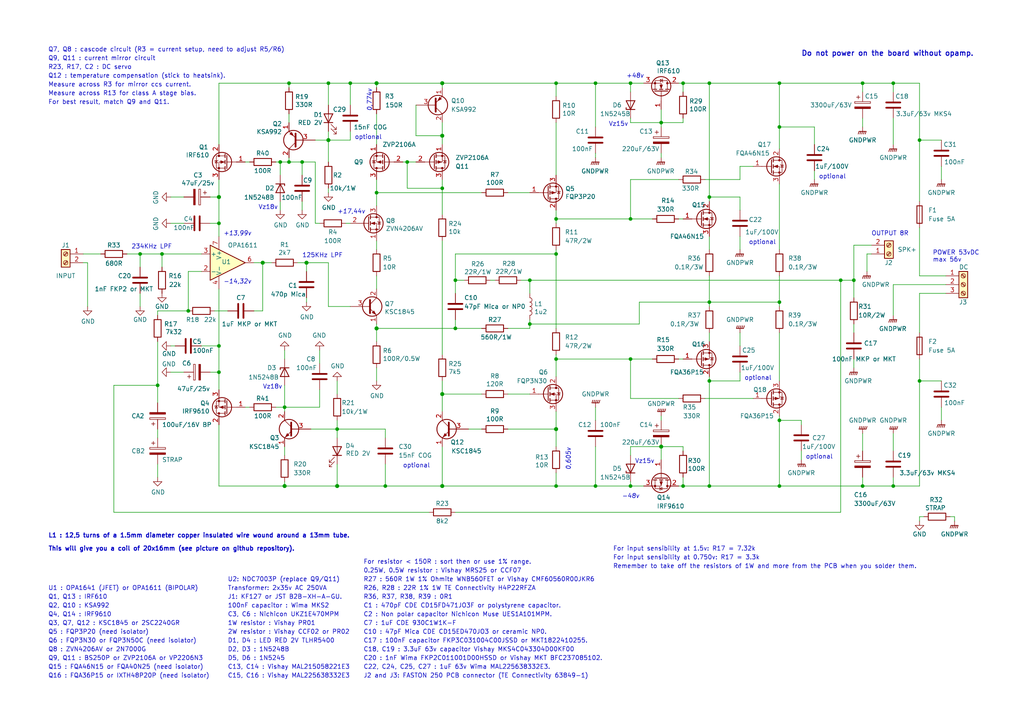
<source format=kicad_sch>
(kicad_sch (version 20211123) (generator eeschema)
  (paper "A4")
  (title_block (title "Q17-TURBO (P2) Amplifier") (date "2023-06-26") (rev "1.0.6") (company "by eng. Tiberiu Vicol") (comment 1 "Modified by Stef for the Q17-TURBO project") (comment 4 "Q17 a QUAD405 audiophile approach"))
  (junction (at 243.84 81.28))
  (junction (at 247.65 81.28))
  (junction (at 54.61 90.17))
  (junction (at 259.08 140.97))
  (junction (at 81.28 46.99))
  (junction (at 205.74 24.13))
  (junction (at 63.5 100.33))
  (junction (at 226.06 87.63))
  (junction (at 76.2 76.2) (diameter 1.016))
  (junction (at 128.27 140.97) (diameter 1.016))
  (junction (at 259.08 24.13))
  (junction (at 205.74 57.15))
  (junction (at 250.19 140.97))
  (junction (at 128.27 39.37) (diameter 1.016))
  (junction (at 205.74 87.63))
  (junction (at 45.72 111.76))
  (junction (at 118.11 46.99))
  (junction (at 83.82 46.99))
  (junction (at 153.67 93.98))
  (junction (at 101.6 24.13))
  (junction (at 63.5 107.95))
  (junction (at 226.06 24.13))
  (junction (at 82.55 140.97) (diameter 1.016))
  (junction (at 266.7 40.64))
  (junction (at 250.19 24.13))
  (junction (at 226.06 36.83))
  (junction (at 109.22 95.25) (diameter 1.016))
  (junction (at 182.88 63.5))
  (junction (at 109.22 24.13) (diameter 1.016))
  (junction (at 88.9 76.2) (diameter 1.016))
  (junction (at 191.77 129.54) (diameter 1.016))
  (junction (at 46.99 73.66))
  (junction (at 161.29 24.13))
  (junction (at 95.25 24.13))
  (junction (at 97.79 124.46))
  (junction (at 198.12 24.13))
  (junction (at 83.82 24.13))
  (junction (at 128.27 54.61))
  (junction (at 161.29 140.97))
  (junction (at 132.08 81.28))
  (junction (at 97.79 140.97) (diameter 1.016))
  (junction (at 128.27 24.13) (diameter 1.016))
  (junction (at 198.12 140.97))
  (junction (at 172.72 24.13))
  (junction (at 161.29 73.66))
  (junction (at 40.64 73.66))
  (junction (at 153.67 81.28))
  (junction (at 172.72 140.97))
  (junction (at 161.29 63.5))
  (junction (at 87.63 46.99))
  (junction (at 161.29 104.14))
  (junction (at 82.55 118.11))
  (junction (at 161.29 124.46) (diameter 1.016))
  (junction (at 109.22 55.88))
  (junction (at 226.06 140.97))
  (junction (at 182.88 104.14))
  (junction (at 63.5 64.77))
  (junction (at 111.76 140.97))
  (junction (at 191.77 35.56))
  (junction (at 128.27 114.3) (diameter 1.016))
  (junction (at 205.74 110.49))
  (junction (at 95.25 40.64) (diameter 1.016))
  (junction (at 182.88 24.13))
  (junction (at 63.5 57.15) (diameter 1.016))
  (junction (at 205.74 140.97))
  (junction (at 226.06 121.92))
  (junction (at 132.08 95.25))
  (junction (at 266.7 110.49))
  (junction (at 182.88 140.97))
  (wire (pts (xy 250.19 24.13) (xy 259.08 24.13)))
  (wire (pts (xy 134.62 81.28) (xy 132.08 81.28)))
  (wire (pts (xy 198.12 130.81) (xy 198.12 129.54)))
  (wire (pts (xy 88.9 76.2) (xy 95.25 76.2)))
  (wire (pts (xy 153.67 81.28) (xy 243.84 81.28)))
  (wire (pts (xy 124.46 148.59) (xy 33.02 148.59)))
  (wire (pts (xy 45.72 111.76) (xy 45.72 116.84)))
  (wire (pts (xy 132.08 73.66) (xy 161.29 73.66)))
  (wire (pts (xy 95.25 40.64) (xy 95.25 38.1)))
  (wire (pts (xy 91.44 40.64) (xy 95.25 40.64)))
  (wire (pts (xy 97.79 121.92) (xy 97.79 124.46)))
  (wire (pts (xy 182.88 63.5) (xy 189.23 63.5)))
  (wire (pts (xy 118.11 54.61) (xy 118.11 46.99)))
  (wire (pts (xy 198.12 129.54) (xy 191.77 129.54)))
  (wire (pts (xy 83.82 33.02) (xy 83.82 35.56)))
  (wire (pts (xy 226.06 24.13) (xy 226.06 36.83)))
  (wire (pts (xy 91.44 64.77) (xy 91.44 46.99)))
  (wire (pts (xy 128.27 54.61) (xy 118.11 54.61)))
  (wire (pts (xy 71.12 46.99) (xy 72.39 46.99)))
  (wire (pts (xy 198.12 24.13) (xy 198.12 26.67)))
  (wire (pts (xy 45.72 99.06) (xy 45.72 111.76)))
  (wire (pts (xy 266.7 85.09) (xy 266.7 96.52)))
  (wire (pts (xy 226.06 36.83) (xy 226.06 43.18)))
  (wire (pts (xy 161.29 119.38) (xy 161.29 124.46)))
  (wire (pts (xy 161.29 124.46) (xy 161.29 129.54)))
  (wire (pts (xy 232.41 133.35) (xy 232.41 130.81)))
  (wire (pts (xy 132.08 73.66) (xy 132.08 81.28)))
  (wire (pts (xy 161.29 63.5) (xy 182.88 63.5)))
  (wire (pts (xy 243.84 81.28) (xy 243.84 148.59)))
  (wire (pts (xy 226.06 87.63) (xy 226.06 88.9)))
  (wire (pts (xy 40.64 77.47) (xy 40.64 73.66)))
  (wire (pts (xy 45.72 134.62) (xy 45.72 138.43)))
  (wire (pts (xy 76.2 76.2) (xy 76.2 90.17)))
  (wire (pts (xy 153.67 93.98) (xy 153.67 95.25)))
  (wire (pts (xy 236.22 41.91) (xy 236.22 36.83)))
  (wire (pts (xy 128.27 69.85) (xy 128.27 102.87)))
  (wire (pts (xy 45.72 124.46) (xy 45.72 127)))
  (wire (pts (xy 191.77 31.75) (xy 191.77 35.56)))
  (wire (pts (xy 63.5 113.03) (xy 63.5 107.95)))
  (wire (pts (xy 205.74 96.52) (xy 205.74 99.06)))
  (wire (pts (xy 247.65 81.28) (xy 247.65 86.36)))
  (wire (pts (xy 214.63 48.26) (xy 218.44 48.26)))
  (wire (pts (xy 111.76 134.62) (xy 111.76 140.97)))
  (wire (pts (xy 247.65 71.12) (xy 247.65 81.28)))
  (wire (pts (xy 226.06 36.83) (xy 236.22 36.83)))
  (wire (pts (xy 226.06 110.49) (xy 226.06 96.52)))
  (wire (pts (xy 83.82 45.72) (xy 83.82 46.99)))
  (wire (pts (xy 161.29 104.14) (xy 161.29 109.22)))
  (wire (pts (xy 40.64 73.66) (xy 46.99 73.66)))
  (wire (pts (xy 128.27 52.07) (xy 128.27 54.61)))
  (wire (pts (xy 132.08 81.28) (xy 132.08 85.09)))
  (wire (pts (xy 205.74 140.97) (xy 226.06 140.97)))
  (wire (pts (xy 161.29 140.97) (xy 172.72 140.97)))
  (wire (pts (xy 182.88 24.13) (xy 186.69 24.13)))
  (wire (pts (xy 25.4 88.9) (xy 25.4 76.2)))
  (wire (pts (xy 236.22 49.53) (xy 236.22 52.07)))
  (wire (pts (xy 63.5 123.19) (xy 63.5 140.97)))
  (wire (pts (xy 71.12 118.11) (xy 72.39 118.11)))
  (wire (pts (xy 153.67 55.88) (xy 147.32 55.88)))
  (wire (pts (xy 33.02 111.76) (xy 45.72 111.76)))
  (wire (pts (xy 33.02 148.59) (xy 33.02 111.76)))
  (wire (pts (xy 250.19 138.43) (xy 250.19 140.97)))
  (wire (pts (xy 128.27 35.56) (xy 128.27 39.37)))
  (wire (pts (xy 161.29 35.56) (xy 161.29 50.8)))
  (wire (pts (xy 198.12 140.97) (xy 205.74 140.97)))
  (wire (pts (xy 153.67 93.98) (xy 185.42 93.98)))
  (wire (pts (xy 82.55 139.7) (xy 82.55 140.97)))
  (wire (pts (xy 80.01 46.99) (xy 81.28 46.99)))
  (wire (pts (xy 259.08 24.13) (xy 259.08 26.67)))
  (wire (pts (xy 251.46 78.74) (xy 251.46 73.66)))
  (wire (pts (xy 182.88 104.14) (xy 182.88 115.57)))
  (wire (pts (xy 46.99 77.47) (xy 46.99 73.66)))
  (wire (pts (xy 252.73 71.12) (xy 247.65 71.12)))
  (wire (pts (xy 60.96 107.95) (xy 63.5 107.95)))
  (wire (pts (xy 205.74 87.63) (xy 205.74 88.9)))
  (wire (pts (xy 204.47 52.07) (xy 214.63 52.07)))
  (wire (pts (xy 101.6 88.9) (xy 95.25 88.9)))
  (wire (pts (xy 95.25 88.9) (xy 95.25 76.2)))
  (wire (pts (xy 214.63 60.96) (xy 214.63 57.15)))
  (wire (pts (xy 36.83 73.66) (xy 40.64 73.66)))
  (wire (pts (xy 266.7 40.64) (xy 266.7 58.42)))
  (wire (pts (xy 128.27 24.13) (xy 161.29 24.13)))
  (wire (pts (xy 266.7 85.09) (xy 274.32 85.09)))
  (wire (pts (xy 259.08 140.97) (xy 250.19 140.97)))
  (wire (pts (xy 83.82 24.13) (xy 95.25 24.13)))
  (wire (pts (xy 128.27 114.3) (xy 139.7 114.3)))
  (wire (pts (xy 142.24 81.28) (xy 143.51 81.28)))
  (wire (pts (xy 62.23 90.17) (xy 66.04 90.17)))
  (wire (pts (xy 191.77 36.83) (xy 191.77 35.56)))
  (wire (pts (xy 172.72 140.97) (xy 182.88 140.97)))
  (wire (pts (xy 226.06 121.92) (xy 232.41 121.92)))
  (wire (pts (xy 63.5 52.07) (xy 63.5 57.15)))
  (wire (pts (xy 63.5 57.15) (xy 63.5 64.77)))
  (wire (pts (xy 95.25 40.64) (xy 101.6 40.64)))
  (wire (pts (xy 147.32 114.3) (xy 153.67 114.3)))
  (wire (pts (xy 60.96 64.77) (xy 63.5 64.77)))
  (wire (pts (xy 153.67 92.71) (xy 153.67 93.98)))
  (wire (pts (xy 147.32 95.25) (xy 153.67 95.25)))
  (wire (pts (xy 196.85 63.5) (xy 198.12 63.5)))
  (wire (pts (xy 82.55 140.97) (xy 97.79 140.97)))
  (wire (pts (xy 205.74 109.22) (xy 205.74 110.49)))
  (wire (pts (xy 196.85 104.14) (xy 198.12 104.14)))
  (wire (pts (xy 191.77 45.72) (xy 191.77 44.45)))
  (wire (pts (xy 49.53 64.77) (xy 53.34 64.77)))
  (wire (pts (xy 101.6 24.13) (xy 109.22 24.13)))
  (wire (pts (xy 161.29 24.13) (xy 172.72 24.13)))
  (wire (pts (xy 161.29 24.13) (xy 161.29 27.94)))
  (wire (pts (xy 81.28 46.99) (xy 83.82 46.99)))
  (wire (pts (xy 132.08 95.25) (xy 139.7 95.25)))
  (wire (pts (xy 92.71 113.03) (xy 92.71 118.11)))
  (wire (pts (xy 25.4 76.2) (xy 24.13 76.2)))
  (wire (pts (xy 97.79 124.46) (xy 97.79 127)))
  (wire (pts (xy 267.97 149.86) (xy 266.7 149.86)))
  (wire (pts (xy 118.11 46.99) (xy 120.65 46.99)))
  (wire (pts (xy 182.88 104.14) (xy 189.23 104.14)))
  (wire (pts (xy 128.27 110.49) (xy 128.27 114.3)))
  (wire (pts (xy 151.13 81.28) (xy 153.67 81.28)))
  (wire (pts (xy 226.06 120.65) (xy 226.06 121.92)))
  (wire (pts (xy 101.6 24.13) (xy 101.6 30.48)))
  (wire (pts (xy 80.01 118.11) (xy 82.55 118.11)))
  (wire (pts (xy 147.32 124.46) (xy 161.29 124.46)))
  (wire (pts (xy 161.29 102.87) (xy 161.29 104.14)))
  (wire (pts (xy 182.88 115.57) (xy 196.85 115.57)))
  (wire (pts (xy 214.63 96.52) (xy 214.63 100.33)))
  (wire (pts (xy 185.42 93.98) (xy 185.42 87.63)))
  (wire (pts (xy 95.25 30.48) (xy 95.25 24.13)))
  (wire (pts (xy 49.53 100.33) (xy 50.8 100.33)))
  (wire (pts (xy 97.79 114.3) (xy 97.79 110.49)))
  (wire (pts (xy 128.27 114.3) (xy 128.27 119.38)))
  (wire (pts (xy 182.88 35.56) (xy 191.77 35.56)))
  (wire (pts (xy 182.88 34.29) (xy 182.88 35.56)))
  (wire (pts (xy 214.63 68.58) (xy 214.63 72.39)))
  (wire (pts (xy 259.08 34.29) (xy 259.08 41.91)))
  (wire (pts (xy 109.22 80.01) (xy 109.22 83.82)))
  (wire (pts (xy 109.22 69.85) (xy 109.22 72.39)))
  (wire (pts (xy 109.22 52.07) (xy 109.22 55.88)))
  (wire (pts (xy 88.9 76.2) (xy 88.9 78.74)))
  (wire (pts (xy 86.36 76.2) (xy 88.9 76.2)))
  (wire (pts (xy 87.63 46.99) (xy 87.63 50.8)))
  (wire (pts (xy 128.27 39.37) (xy 128.27 41.91)))
  (wire (pts (xy 226.06 140.97) (xy 250.19 140.97)))
  (wire (pts (xy 252.73 73.66) (xy 251.46 73.66)))
  (wire (pts (xy 132.08 92.71) (xy 132.08 95.25)))
  (wire (pts (xy 172.72 45.72) (xy 172.72 44.45)))
  (wire (pts (xy 95.25 54.61) (xy 95.25 55.88)))
  (wire (pts (xy 139.7 124.46) (xy 135.89 124.46)))
  (wire (pts (xy 185.42 87.63) (xy 205.74 87.63)))
  (wire (pts (xy 132.08 148.59) (xy 243.84 148.59)))
  (wire (pts (xy 60.96 57.15) (xy 63.5 57.15)))
  (wire (pts (xy 205.74 110.49) (xy 205.74 140.97)))
  (wire (pts (xy 273.05 40.64) (xy 266.7 40.64)))
  (wire (pts (xy 54.61 78.74) (xy 58.42 78.74)))
  (wire (pts (xy 128.27 24.13) (xy 128.27 25.4)))
  (wire (pts (xy 182.88 52.07) (xy 196.85 52.07)))
  (wire (pts (xy 226.06 121.92) (xy 226.06 140.97)))
  (wire (pts (xy 196.85 140.97) (xy 198.12 140.97)))
  (wire (pts (xy 161.29 73.66) (xy 161.29 72.39)))
  (wire (pts (xy 273.05 110.49) (xy 266.7 110.49)))
  (wire (pts (xy 161.29 140.97) (xy 161.29 137.16)))
  (wire (pts (xy 128.27 129.54) (xy 128.27 140.97)))
  (wire (pts (xy 128.27 140.97) (xy 161.29 140.97)))
  (wire (pts (xy 45.72 90.17) (xy 45.72 91.44)))
  (wire (pts (xy 120.65 30.48) (xy 120.65 39.37)))
  (wire (pts (xy 63.5 41.91) (xy 63.5 24.13)))
  (wire (pts (xy 63.5 24.13) (xy 83.82 24.13)))
  (wire (pts (xy 90.17 124.46) (xy 97.79 124.46)))
  (wire (pts (xy 128.27 54.61) (xy 128.27 62.23)))
  (wire (pts (xy 191.77 121.92) (xy 191.77 120.65)))
  (wire (pts (xy 161.29 73.66) (xy 161.29 95.25)))
  (wire (pts (xy 259.08 125.73) (xy 259.08 130.81)))
  (wire (pts (xy 172.72 129.54) (xy 172.72 140.97)))
  (wire (pts (xy 161.29 63.5) (xy 161.29 64.77)))
  (wire (pts (xy 116.84 46.99) (xy 118.11 46.99)))
  (wire (pts (xy 83.82 25.4) (xy 83.82 24.13)))
  (wire (pts (xy 205.74 80.01) (xy 205.74 87.63)))
  (wire (pts (xy 226.06 80.01) (xy 226.06 87.63)))
  (wire (pts (xy 214.63 57.15) (xy 205.74 57.15)))
  (wire (pts (xy 266.7 24.13) (xy 266.7 40.64)))
  (wire (pts (xy 266.7 149.86) (xy 266.7 151.13)))
  (wire (pts (xy 109.22 55.88) (xy 139.7 55.88)))
  (wire (pts (xy 266.7 80.01) (xy 274.32 80.01)))
  (wire (pts (xy 109.22 106.68) (xy 109.22 110.49)))
  (wire (pts (xy 214.63 52.07) (xy 214.63 48.26)))
  (wire (pts (xy 198.12 138.43) (xy 198.12 140.97)))
  (wire (pts (xy 266.7 66.04) (xy 266.7 80.01)))
  (wire (pts (xy 95.25 24.13) (xy 101.6 24.13)))
  (wire (pts (xy 63.5 140.97) (xy 82.55 140.97)))
  (wire (pts (xy 88.9 86.36) (xy 88.9 87.63)))
  (wire (pts (xy 97.79 140.97) (xy 97.79 134.62)))
  (wire (pts (xy 73.66 76.2) (xy 76.2 76.2)))
  (wire (pts (xy 76.2 76.2) (xy 78.74 76.2)))
  (wire (pts (xy 40.64 85.09) (xy 40.64 88.9)))
  (wire (pts (xy 191.77 129.54) (xy 191.77 133.35)))
  (wire (pts (xy 111.76 124.46) (xy 111.76 127)))
  (wire (pts (xy 82.55 118.11) (xy 82.55 119.38)))
  (wire (pts (xy 82.55 118.11) (xy 92.71 118.11)))
  (wire (pts (xy 266.7 110.49) (xy 266.7 140.97)))
  (wire (pts (xy 198.12 24.13) (xy 205.74 24.13)))
  (wire (pts (xy 232.41 123.19) (xy 232.41 121.92)))
  (wire (pts (xy 161.29 104.14) (xy 182.88 104.14)))
  (wire (pts (xy 109.22 24.13) (xy 128.27 24.13)))
  (wire (pts (xy 172.72 24.13) (xy 172.72 36.83)))
  (wire (pts (xy 205.74 24.13) (xy 205.74 57.15)))
  (wire (pts (xy 100.33 64.77) (xy 101.6 64.77)))
  (wire (pts (xy 204.47 115.57) (xy 218.44 115.57)))
  (wire (pts (xy 97.79 140.97) (xy 111.76 140.97)))
  (wire (pts (xy 153.67 81.28) (xy 153.67 85.09)))
  (wire (pts (xy 45.72 90.17) (xy 54.61 90.17)))
  (wire (pts (xy 182.88 140.97) (xy 186.69 140.97)))
  (wire (pts (xy 275.59 149.86) (xy 276.86 149.86)))
  (wire (pts (xy 276.86 149.86) (xy 276.86 151.13)))
  (wire (pts (xy 58.42 100.33) (xy 63.5 100.33)))
  (wire (pts (xy 109.22 95.25) (xy 109.22 99.06)))
  (wire (pts (xy 73.66 90.17) (xy 76.2 90.17)))
  (wire (pts (xy 266.7 104.14) (xy 266.7 110.49)))
  (wire (pts (xy 266.7 24.13) (xy 259.08 24.13)))
  (wire (pts (xy 259.08 82.55) (xy 259.08 91.44)))
  (wire (pts (xy 259.08 82.55) (xy 274.32 82.55)))
  (wire (pts (xy 198.12 35.56) (xy 191.77 35.56)))
  (wire (pts (xy 205.74 87.63) (xy 226.06 87.63)))
  (wire (pts (xy 259.08 138.43) (xy 259.08 140.97)))
  (wire (pts (xy 49.53 107.95) (xy 53.34 107.95)))
  (wire (pts (xy 266.7 140.97) (xy 259.08 140.97)))
  (wire (pts (xy 87.63 46.99) (xy 91.44 46.99)))
  (wire (pts (xy 182.88 139.7) (xy 182.88 140.97)))
  (wire (pts (xy 81.28 46.99) (xy 81.28 50.8)))
  (wire (pts (xy 205.74 24.13) (xy 226.06 24.13)))
  (wire (pts (xy 49.53 57.15) (xy 53.34 57.15)))
  (wire (pts (xy 101.6 38.1) (xy 101.6 40.64)))
  (wire (pts (xy 182.88 63.5) (xy 182.88 52.07)))
  (wire (pts (xy 172.72 24.13) (xy 182.88 24.13)))
  (wire (pts (xy 226.06 53.34) (xy 226.06 72.39)))
  (wire (pts (xy 182.88 129.54) (xy 182.88 132.08)))
  (wire (pts (xy 95.25 40.64) (xy 95.25 46.99)))
  (wire (pts (xy 111.76 140.97) (xy 128.27 140.97)))
  (wire (pts (xy 87.63 60.96) (xy 87.63 58.42)))
  (wire (pts (xy 198.12 34.29) (xy 198.12 35.56)))
  (wire (pts (xy 46.99 73.66) (xy 58.42 73.66)))
  (wire (pts (xy 205.74 57.15) (xy 205.74 58.42)))
  (wire (pts (xy 24.13 73.66) (xy 29.21 73.66)))
  (wire (pts (xy 109.22 55.88) (xy 109.22 59.69)))
  (wire (pts (xy 243.84 81.28) (xy 247.65 81.28)))
  (wire (pts (xy 172.72 118.11) (xy 172.72 121.92)))
  (wire (pts (xy 214.63 107.95) (xy 214.63 110.49)))
  (wire (pts (xy 82.55 101.6) (xy 82.55 104.14)))
  (wire (pts (xy 92.71 64.77) (xy 91.44 64.77)))
  (wire (pts (xy 92.71 101.6) (xy 92.71 105.41)))
  (wire (pts (xy 63.5 100.33) (xy 63.5 107.95)))
  (wire (pts (xy 247.65 104.14) (xy 247.65 106.68)))
  (wire (pts (xy 63.5 83.82) (xy 63.5 100.33)))
  (wire (pts (xy 161.29 60.96) (xy 161.29 63.5)))
  (wire (pts (xy 63.5 68.58) (xy 63.5 64.77)))
  (wire (pts (xy 247.65 93.98) (xy 247.65 96.52)))
  (wire (pts (xy 205.74 72.39) (xy 205.74 68.58)))
  (wire (pts (xy 250.19 34.29) (xy 250.19 36.83)))
  (wire (pts (xy 182.88 24.13) (xy 182.88 26.67)))
  (wire (pts (xy 97.79 124.46) (xy 111.76 124.46)))
  (wire (pts (xy 82.55 111.76) (xy 82.55 118.11)))
  (wire (pts (xy 109.22 95.25) (xy 132.08 95.25)))
  (wire (pts (xy 273.05 48.26) (xy 273.05 52.07)))
  (wire (pts (xy 109.22 93.98) (xy 109.22 95.25)))
  (wire (pts (xy 250.19 130.81) (xy 250.19 125.73)))
  (wire (pts (xy 81.28 58.42) (xy 81.28 60.96)))
  (wire (pts (xy 109.22 33.02) (xy 109.22 41.91)))
  (wire (pts (xy 226.06 24.13) (xy 250.19 24.13)))
  (wire (pts (xy 128.27 39.37) (xy 120.65 39.37)))
  (wire (pts (xy 273.05 118.11) (xy 273.05 121.92)))
  (wire (pts (xy 250.19 26.67) (xy 250.19 24.13)))
  (wire (pts (xy 196.85 24.13) (xy 198.12 24.13)))
  (wire (pts (xy 83.82 46.99) (xy 87.63 46.99)))
  (wire (pts (xy 191.77 129.54) (xy 182.88 129.54)))
  (wire (pts (xy 82.55 132.08) (xy 82.55 129.54)))
  (wire (pts (xy 109.22 24.13) (xy 109.22 25.4)))
  (wire (pts (xy 54.61 90.17) (xy 54.61 78.74)))
  (wire (pts (xy 205.74 110.49) (xy 214.63 110.49)))
  (text "D1, D4 : LED RED 2V TLHR5400" (at 66.04 186.69 0) (effects (font (size 1.27 1.27)) (justify left bottom)))
  (text "Do not power on the board without opamp." (at 232.41 16.51 0) (effects (font (size 1.5 1.5) (thickness 0.254) bold) (justify left bottom)))
  (text "C10 : 47pF Mica CDE CD15ED470JO3 or ceramic NP0." (at 105.41 184.15 0) (effects (font (size 1.27 1.27)) (justify left bottom)))
  (text "C15, C16 : Vishay MAL225638332E3" (at 66.04 196.85 0) (effects (font (size 1.27 1.27)) (justify left bottom)))
  (text "+13,99v" (at 64.77 68.58 0) (effects (font (size 1.27 1.27) italic) (justify left bottom)))
  (text "Vz15v" (at 176.53 36.83 0) (effects (font (size 1.27 1.27)) (justify left bottom)))
  (text "+48v" (at 181.61 22.86 0) (effects (font (size 1.27 1.27) italic) (justify left bottom)))
  (text "R27 : 560R 1W 1% Ohmite WNB560FET or Vishay CMF60560R00JKR6" (at 105.41 168.91 0) (effects (font (size 1.27 1.27)) (justify left bottom)))
  (text "Q4, Q14 : IRF9610" (at 13.97 179.07 0) (effects (font (size 1.27 1.27)) (justify left bottom)))
  (text "C20 : 1nF Wima FKP2C011001D00HSSD or Vishay MKT BFC237085102." (at 105.41 191.77 0) (effects (font (size 1.27 1.27)) (justify left bottom)))
  (text "D5, D6 : 1N5245" (at 66.04 191.77 0) (effects (font (size 1.27 1.27)) (justify left bottom)))
  (text "U1 : OPA1641 (JFET) or OPA1611 (BIPOLAR)" (at 13.97 171.45 0) (effects (font (size 1.27 1.27)) (justify left bottom)))
  (text "This will give you a coil of 20x16mm (see picture on github repository)." (at 13.97 160.02 0) (effects (font (size 1.27 1.27) (thickness 0.254) bold) (justify left bottom)))
  (text "Q12 : temperature compensation (stick to heatsink)." (at 13.97 22.86 0) (effects (font (size 1.27 1.27)) (justify left bottom)))
  (text "Vz18v" (at 74.93 60.96 0) (effects (font (size 1.27 1.27)) (justify left bottom)))
  (text "C13, C14 : Vishay MAL215058221E3" (at 66.04 194.31 0) (effects (font (size 1.27 1.27)) (justify left bottom)))
  (text "C18, C19 : 3.3uF 63v capacitor Vishay MKS4C043304D00KF00" (at 105.41 189.23 0) (effects (font (size 1.27 1.27)) (justify left bottom)))
  (text "Q9, Q11 : BS250P or ZVP2106A or VP2206N3" (at 13.97 191.77 0) (effects (font (size 1.27 1.27)) (justify left bottom)))
  (text "Transformer: 2x35v AC 250VA" (at 66.04 171.45 0) (effects (font (size 1.27 1.27)) (justify left bottom)))
  (text "C1 : 470pF CDE CD15FD471JO3F or polystyrene capacitor." (at 105.41 176.53 0) (effects (font (size 1.27 1.27)) (justify left bottom)))
  (text "J2 and J3: FASTON 250 PCB connector (TE Connectivity 63849-1)" (at 105.41 196.85 0) (effects (font (size 1.27 1.27)) (justify left bottom)))
  (text "optional" (at 116.84 135.89 0) (effects (font (size 1.27 1.27)) (justify left bottom)))
  (text "Q15 : FQA46N15 or FQA40N25 (need isolator)" (at 13.97 194.31 0) (effects (font (size 1.27 1.27)) (justify left bottom)))
  (text "0,774v" (at 107.9362 32.4403 90) (effects (font (size 1.27 1.27) italic) (justify left bottom)))
  (text "C17 : 100nF capacitor FKP3C031004C00JSSD or MKT1822410255." (at 105.41 186.69 0) (effects (font (size 1.27 1.27)) (justify left bottom)))
  (text "R23, R17, C2 : DC servo" (at 13.97 20.32 0) (effects (font (size 1.27 1.27)) (justify left bottom)))
  (text "234KHz LPF" (at 38.1 72.39 0) (effects (font (size 1.27 1.27)) (justify left bottom)))
  (text "Q9, Q11 : current mirror circuit" (at 13.97 17.78 0) (effects (font (size 1.27 1.27)) (justify left bottom)))
  (text "Q1, Q13 : IRF610" (at 13.97 173.99 0) (effects (font (size 1.27 1.27)) (justify left bottom)))
  (text "OUTPUT 8R" (at 252.73 68.58 0) (effects (font (size 1.27 1.27)) (justify left bottom)))
  (text "Q3, Q7, Q12 : KSC1845 or 2SC2240GR" (at 13.97 181.61 0) (effects (font (size 1.27 1.27)) (justify left bottom)))
  (text "Q5 : FQP3P20 (need isolator)" (at 13.97 184.15 0) (effects (font (size 1.27 1.27)) (justify left bottom)))
  (text "optional" (at 237.49 52.07 0) (effects (font (size 1.27 1.27)) (justify left bottom)))
  (text "L1 : 12,5 turns of a 1.5mm diameter copper insulated wire wound around a 13mm tube." (at 13.97 156.21 0) (effects (font (size 1.27 1.27) (thickness 0.254) bold) (justify left bottom)))
  (text "C22, C24, C25, C27 : 1uF 63v Wima MAL225638332E3." (at 105.41 194.31 0) (effects (font (size 1.27 1.27)) (justify left bottom)))
  (text "Q7, Q8 : cascode circuit (R3 = current setup, need to adjust R5/R6)" (at 13.97 15.24 0) (effects (font (size 1.27 1.27)) (justify left bottom)))
  (text "For input sensibility at 0.750v: R17 = 3.3k" (at 177.8 162.56 0) (effects (font (size 1.27 1.27)) (justify left bottom)))
  (text "C3, C6 : Nichicon UKZ1E470MPM" (at 66.04 179.07 0) (effects (font (size 1.27 1.27)) (justify left bottom)))
  (text "1W resistor : Vishay PR01" (at 66.04 181.61 0) (effects (font (size 1.27 1.27)) (justify left bottom)))
  (text "C7 : 1uF CDE 930C1W1K-F" (at 105.41 181.61 0) (effects (font (size 1.27 1.27)) (justify left bottom)))
  (text "D2, D3 : 1N5248B" (at 66.04 189.23 0) (effects (font (size 1.27 1.27)) (justify left bottom)))
  (text "For best result, match Q9 and Q11." (at 13.97 30.48 0) (effects (font (size 1.27 1.27)) (justify left bottom)))
  (text "Q6 : FQP3N30 or FQP3N50C (need isolator)" (at 13.97 186.69 0) (effects (font (size 1.27 1.27)) (justify left bottom)))
  (text "For input sensibility at 1.5v: R17 = 7.32k" (at 177.8 160.02 0) (effects (font (size 1.27 1.27)) (justify left bottom)))
  (text "J1: KF127 or JST B2B-XH-A-GU." (at 66.04 173.99 0) (effects (font (size 1.27 1.27)) (justify left bottom)))
  (text "-48v" (at 180.34 144.78 0) (effects (font (size 1.27 1.27) italic) (justify left bottom)))
  (text "Remember to take off the resistors of 1W and more from the PCB when you solder them." (at 177.8 165.1 0) (effects (font (size 1.27 1.27)) (justify left bottom)))
  (text "Q16 : FQA36P15 or IXTH48P20P (need isolator)" (at 13.97 196.85 0) (effects (font (size 1.27 1.27)) (justify left bottom)))
  (text "R26, R28 : 22R 1% 1W TE Connectivity H4P22RFZA" (at 105.41 171.45 0) (effects (font (size 1.27 1.27)) (justify left bottom)))
  (text "0,605v" (at 165.6154 136.5264 90) (effects (font (size 1.27 1.27) italic) (justify left bottom)))
  (text "C2 : Non polar capacitor Nichicon Muse UES1A101MPM." (at 105.41 179.07 0) (effects (font (size 1.27 1.27)) (justify left bottom)))
  (text "2W resistor : Vishay CCF02 or PR02" (at 66.04 184.15 0) (effects (font (size 1.27 1.27)) (justify left bottom)))
  (text "0.25W, 0.5W resistor : Vishay MRS25 or CCF07" (at 105.41 166.37 0) (effects (font (size 1.27 1.27)) (justify left bottom)))
  (text "optional" (at 102.87 40.64 0) (effects (font (size 1.27 1.27)) (justify left bottom)))
  (text "POWER 53vDC\nmax 56v" (at 270.51 76.2 0) (effects (font (size 1.27 1.27)) (justify left bottom)))
  (text "125KHz LPF" (at 87.63 74.93 0) (effects (font (size 1.27 1.27)) (justify left bottom)))
  (text "Measure across R3 for mirror ccs current." (at 13.97 25.4 0) (effects (font (size 1.27 1.27)) (justify left bottom)))
  (text "R36, R37, R38, R39 : 0R1" (at 105.41 173.99 0) (effects (font (size 1.27 1.27)) (justify left bottom)))
  (text "+17,44v" (at 97.79 62.23 0) (effects (font (size 1.27 1.27) italic) (justify left bottom)))
  (text "Measure across R13 for class A stage bias." (at 13.97 27.94 0) (effects (font (size 1.27 1.27)) (justify left bottom)))
  (text "100nF capacitor : Wima MKS2" (at 66.04 176.53 0) (effects (font (size 1.27 1.27)) (justify left bottom)))
  (text "optional" (at 215.9 110.49 0) (effects (font (size 1.27 1.27)) (justify left bottom)))
  (text "Vz15v" (at 184.15 134.62 0) (effects (font (size 1.27 1.27)) (justify left bottom)))
  (text "Vz18v" (at 76.2 113.03 0) (effects (font (size 1.27 1.27)) (justify left bottom)))
  (text "Q2, Q10 : KSA992" (at 13.97 176.53 0) (effects (font (size 1.27 1.27)) (justify left bottom)))
  (text "optional" (at 217.17 71.12 0) (effects (font (size 1.27 1.27)) (justify left bottom)))
  (text "-14,32v" (at 64.77 82.55 0) (effects (font (size 1.27 1.27) italic) (justify left bottom)))
  (text "optional" (at 233.68 133.35 0) (effects (font (size 1.27 1.27)) (justify left bottom)))
  (text "U2: NDC7003P (replace Q9/Q11)" (at 66.04 168.91 0) (effects (font (size 1.27 1.27)) (justify left bottom)))
  (text "Q8 : ZVN4206AV or 2N7000G" (at 13.97 189.23 0) (effects (font (size 1.27 1.27)) (justify left bottom)))
  (text "For resistor < 150R : sort then or use 1% range." (at 105.41 163.83 0) (effects (font (size 1.27 1.27)) (justify left bottom)))
  (symbol (lib_id "Device:R") (at 33.02 73.66 270) (mirror x) (unit 1)
    (property "Reference" "R33" (at 33.02 71.12 90))
    (property "Value" "680R" (at 33.0388 76.3985 90))
    (property "Footprint" "Resistor_THT:R_Axial_DIN0207_L6.3mm_D2.5mm_P10.16mm_Horizontal" (effects hide))
    (property "Part#" "MRS25000C6800FCT00" (effects hide))
  )
  (symbol (lib_id "Device:R") (at 161.29 133.35 0) (unit 1)
    (property "Reference" "R13" (at 155.194 132.588 0) (effects (justify left)))
    (property "Value" "10R" (at 155.194 134.8867 0) (effects (justify left)))
    (property "Footprint" "Resistor_THT:R_Axial_DIN0207_L6.3mm_D2.5mm_P10.16mm_Horizontal" (effects hide))
    (property "Part#" "MRS25000C1009FCT00" (effects hide))
  )
  (symbol (lib_id "Device:C") (at 40.64 81.28 180) (unit 1)
    (property "Reference" "C20" (at 38.1 80.01 0) (effects (justify left)))
    (property "Value" "1nF FKP2 or MKT" (at 44.45 83.82 0) (effects (justify left)))
    (property "Footprint" "Q17_Library:C_Mica_v2_L11.4mm_W4.3mm_H9.1_P5.9mm_mix" (effects hide))
    (property "Part#" "FKP2D011001D00JSSD" (effects hide))
  )
  (symbol (lib_id "power:GND") (at 46.99 85.09 0) (unit 1)
    (property "Reference" "#PWR0113" (effects hide))
    (property "Value" "GND" (at 46.99 88.9 0))
  )
  (symbol (lib_id "Device:Q_PNP_ECB") (at 125.73 30.48 0) (mirror x) (unit 1)
    (property "Reference" "Q10" (at 130.81 29.2099 0) (effects (justify left)))
    (property "Value" "KSA992" (at 130.81 31.7499 0) (effects (justify left)))
    (property "Footprint" "Package_TO_SOT_THT:TO-92_Inline_Wide" (effects hide))
    (property "Part#" "KSA992FBTA" (effects hide))
  )
  (symbol (lib_id "Device:R") (at 247.65 90.17 0) (unit 1)
    (property "Reference" "R31" (at 248.92 88.9 0) (effects (justify left)))
    (property "Value" "10R/2W" (at 248.92 91.44 0) (effects (justify left)))
    (property "Footprint" "Q17_Library:R_Axial_L12.0mm_D5.0mm_P15.24mm_Horizontal_Dale_1W" (effects hide))
    (property "Part#" "PR02000201009JR500" (effects hide))
  )
  (symbol (lib_id "Device:C") (at 57.15 64.77 90) (unit 1)
    (property "Reference" "C4" (at 54.61 63.5 90))
    (property "Value" "100nF" (at 53.34 66.04 90))
    (property "Footprint" "Capacitor_THT:C_Rect_L7.2mm_W2.5mm_P5.00mm_FKS2_FKP2_MKS2_MKP2" (effects hide))
    (property "Spice_Primitive" "C" (effects hide))
    (property "Spice_Model" "100n" (effects hide))
    (property "Spice_Netlist_Enabled" "Y" (effects hide))
    (property "Part#" "MKS2D031001A00KSSD" (effects hide))
  )
  (symbol (lib_id "Device:Q_NPN_ECB") (at 130.81 124.46 0) (mirror y) (unit 1)
    (property "Reference" "Q12" (at 134.62 128.27 0) (effects (justify left)))
    (property "Value" "KSC1845" (at 139.7 130.81 0) (effects (justify left)))
    (property "Footprint" "Package_TO_SOT_THT:TO-92_Inline_Wide" (effects hide))
    (property "Part#" "KSC1845FTA" (effects hide))
  )
  (symbol (lib_id "power:GND") (at 45.72 138.43 0) (unit 1)
    (property "Reference" "#PWR0107" (effects hide))
    (property "Value" "GND" (at 45.8343 142.7544 0))
  )
  (symbol (lib_id "Device:R") (at 82.55 76.2 90) (unit 1)
    (property "Reference" "R1" (at 82.55 70.9738 90))
    (property "Value" "2k7" (at 82.55 73.2725 90))
    (property "Footprint" "Resistor_THT:R_Axial_DIN0207_L6.3mm_D2.5mm_P10.16mm_Horizontal" (effects hide))
    (property "Part#" "MRS25000C2701FCT00" (effects hide))
  )
  (symbol (lib_id "power:GNDPWR") (at 191.77 120.65 180) (unit 1)
    (property "Reference" "#PWR0121" (effects hide))
    (property "Value" "GNDPWR" (at 191.77 117.094 0))
  )
  (symbol (lib_id "Device:C") (at 236.22 45.72 180) (unit 1)
    (property "Reference" "C24" (at 238.76 43.18 0))
    (property "Value" "1uF/100V" (at 241.3 48.26 0))
    (property "Footprint" "Capacitor_THT:C_Rect_L7.2mm_W7.2mm_P5.00mm_FKS2_FKP2_MKS2_MKP2" (effects hide))
    (property "Part#" "MKS2D041001K00JSSD" (effects hide))
  )
  (symbol (lib_id "Device:R") (at 205.74 92.71 0) (unit 1)
    (property "Reference" "R37" (at 199.39 91.44 0) (effects (justify left)))
    (property "Value" "0.1R/3W" (at 194.31 93.98 0) (effects (justify left)))
    (property "Footprint" "Resistor_THT:R_Axial_DIN0614_L14.3mm_D5.7mm_P7.62mm_Vertical" (effects hide))
    (property "Datasheet" "https://www.mouser.fr/ProductDetail/KOA-Speer/BPR58CR10J?qs=c3C3yipULq1EyCkbnj3nTQ%3D%3D" (effects hide))
    (property "Part#" "KOA MOSX3CT631RR10J" (effects hide))
  )
  (symbol (lib_id "Device:C") (at 172.72 125.73 0) (unit 1)
    (property "Reference" "C12" (at 167.64 123.19 0) (effects (justify left)))
    (property "Value" "100nF" (at 173.99 123.19 0) (effects (justify left)))
    (property "Footprint" "Capacitor_THT:C_Rect_L7.2mm_W2.5mm_P5.00mm_FKS2_FKP2_MKS2_MKP2" (effects hide))
    (property "Spice_Primitive" "C" (effects hide))
    (property "Spice_Model" "100n" (effects hide))
    (property "Spice_Netlist_Enabled" "Y" (effects hide))
    (property "Part#" "MKS2D031001A00KSSD" (effects hide))
  )
  (symbol (lib_id "Device:R") (at 161.29 68.58 0) (unit 1)
    (property "Reference" "R11" (at 163.83 67.31 0) (effects (justify left)))
    (property "Value" "47R/2W" (at 163.83 69.85 0) (effects (justify left)))
    (property "Footprint" "Resistor_THT:R_Axial_DIN0411_L9.9mm_D3.6mm_P12.70mm_Horizontal" (effects hide))
    (property "Part#" "CCF0247R0JKE36" (effects hide))
  )
  (symbol (lib_id "Device:R") (at 143.51 124.46 90) (unit 1)
    (property "Reference" "R9" (at 143.51 119.2338 90))
    (property "Value" "100R" (at 143.51 121.533 90))
    (property "Footprint" "Resistor_THT:R_Axial_DIN0207_L6.3mm_D2.5mm_P10.16mm_Horizontal" (effects hide))
    (property "Part#" "MRS25000C1000FC100" (effects hide))
  )
  (symbol (lib_id "Device:R") (at 97.79 118.11 0) (mirror x) (unit 1)
    (property "Reference" "R21" (at 99.06 116.84 0) (effects (justify left)))
    (property "Value" "10k/1W" (at 99.06 119.38 0) (effects (justify left)))
    (property "Footprint" "Resistor_THT:R_Axial_DIN0207_L6.3mm_D2.5mm_P10.16mm_Horizontal" (effects hide))
    (property "Part#" "PR01000101002JR500" (effects hide))
  )
  (symbol (lib_id "Device:LED") (at 95.25 34.29 90) (unit 1)
    (property "Reference" "D1" (at 90.9451 33.2836 90) (effects (justify right)))
    (property "Value" "RED 2V" (at 86.36 35.56 90) (effects (justify right)))
    (property "Footprint" "LED_THT:LED_D5.0mm" (effects hide))
    (property "Part#" "TLHR5400" (effects hide))
  )
  (symbol (lib_id "Device:Q_NPN_ECB") (at 85.09 124.46 0) (mirror y) (unit 1)
    (property "Reference" "Q3" (at 81.026 127 0) (effects (justify left)))
    (property "Value" "KSC1845" (at 81.026 129.54 0) (effects (justify left)))
    (property "Footprint" "Package_TO_SOT_THT:TO-92_Inline_Wide" (effects hide))
    (property "Part#" "KSC1845FTA" (effects hide))
  )
  (symbol (lib_id "Device:C_Polarized") (at 250.19 134.62 0) (unit 1)
    (property "Reference" "C16" (at 247.65 143.51 0) (effects (justify left)))
    (property "Value" "3300uF/63V" (at 247.65 146.05 0) (effects (justify left)))
    (property "Footprint" "Capacitor_THT:CP_Radial_D25.0mm_P10.00mm_SnapIn" (effects hide))
    (property "Datasheet" "https://www.mouser.fr/ProductDetail/Vishay/MAL225628222E3?qs=9jMkQ3H923KBKApxo5QwDw%3D%3D" (effects hide))
    (property "Part#" "MAL225638332E3" (effects hide))
  )
  (symbol (lib_id "Device:R") (at 193.04 104.14 90) (unit 1)
    (property "Reference" "R15" (at 194.31 98.552 90) (effects (justify left)))
    (property "Value" "330R" (at 195.58 101.092 90) (effects (justify left)))
    (property "Footprint" "Resistor_THT:R_Axial_DIN0207_L6.3mm_D2.5mm_P10.16mm_Horizontal" (effects hide))
    (property "Part#" "MRS25000C3300FC1" (effects hide))
  )
  (symbol (lib_id "power:GNDPWR") (at 172.72 118.11 180) (unit 1)
    (property "Reference" "#PWR0120" (effects hide))
    (property "Value" "GNDPWR" (at 172.72 114.3 0))
  )
  (symbol (lib_id "Device:C") (at 172.72 40.64 180) (unit 1)
    (property "Reference" "C11" (at 168.91 38.1 0))
    (property "Value" "100nF" (at 168.91 43.18 0))
    (property "Footprint" "Capacitor_THT:C_Rect_L7.2mm_W2.5mm_P5.00mm_FKS2_FKP2_MKS2_MKP2" (effects hide))
    (property "Spice_Primitive" "C" (effects hide))
    (property "Spice_Model" "100n" (effects hide))
    (property "Spice_Netlist_Enabled" "Y" (effects hide))
    (property "Part#" "MKS2D031001A00KSSD" (effects hide))
  )
  (symbol (lib_id "power:GND") (at 266.7 151.13 0) (unit 1)
    (property "Reference" "#PWR0124" (effects hide))
    (property "Value" "GND" (at 266.7 154.94 0))
  )
  (symbol (lib_id "power:GNDPWR") (at 259.08 91.44 0) (unit 1)
    (property "Reference" "#PWR0128" (effects hide))
    (property "Value" "GNDPWR" (at 258.953 95.358 0))
  )
  (symbol (lib_id "Device:C") (at 87.63 54.61 180) (unit 1)
    (property "Reference" "C9" (at 89.2165 52.3017 0))
    (property "Value" "100nF" (at 84.6399 57.2837 0))
    (property "Footprint" "Capacitor_THT:C_Rect_L7.2mm_W2.5mm_P5.00mm_FKS2_FKP2_MKS2_MKP2" (effects hide))
    (property "Spice_Primitive" "C" (effects hide))
    (property "Spice_Model" "100n" (effects hide))
    (property "Spice_Netlist_Enabled" "Y" (effects hide))
    (property "Part#" "MKS2D031001A00KSSD" (effects hide))
  )
  (symbol (lib_id "power:GND") (at 25.4 88.9 0) (unit 1)
    (property "Reference" "#PWR0114" (effects hide))
    (property "Value" "GND" (at 25.5143 93.2244 0))
  )
  (symbol (lib_id "Device:LED") (at 97.79 130.81 270) (mirror x) (unit 1)
    (property "Reference" "D4" (at 102.87 129.286 90) (effects (justify right)))
    (property "Value" "RED 2V" (at 107.4348 131.5054 90) (effects (justify right)))
    (property "Footprint" "LED_THT:LED_D5.0mm" (effects hide))
    (property "Part#" "TLHR5400" (effects hide))
  )
  (symbol (lib_id "Device:R") (at 193.04 63.5 270) (mirror x) (unit 1)
    (property "Reference" "R14" (at 191.77 58.166 90) (effects (justify left)))
    (property "Value" "330R" (at 190.5 60.706 90) (effects (justify left)))
    (property "Footprint" "Resistor_THT:R_Axial_DIN0207_L6.3mm_D2.5mm_P10.16mm_Horizontal" (effects hide))
    (property "Part#" "MRS25000C3300FC1" (effects hide))
  )
  (symbol (lib_id "Device:R") (at 161.29 31.75 0) (unit 1)
    (property "Reference" "R10" (at 163.0681 30.6006 0) (effects (justify left)))
    (property "Value" "10R" (at 163.0681 32.8993 0) (effects (justify left)))
    (property "Footprint" "Resistor_THT:R_Axial_DIN0207_L6.3mm_D2.5mm_P10.16mm_Horizontal" (effects hide))
    (property "Part#" "MRS25000C1009FCT00" (effects hide))
  )
  (symbol (lib_id "power:GNDPWR") (at 250.19 125.73 180) (unit 1)
    (property "Reference" "#PWR0125" (effects hide))
    (property "Value" "GNDPWR" (at 250.19 121.92 0))
  )
  (symbol (lib_id "Device:R") (at 138.43 81.28 90) (unit 1)
    (property "Reference" "R26" (at 138.5756 76.5684 90))
    (property "Value" "22R/1W" (at 138.5756 78.8671 90))
    (property "Footprint" "Resistor_THT:R_Axial_DIN0411_L9.9mm_D3.6mm_P12.70mm_Horizontal" (effects hide))
    (property "Part#" "H4P22RFZA" (effects hide))
  )
  (symbol (lib_id "power:GNDPWR") (at 236.22 52.07 0) (unit 1)
    (property "Reference" "#PWR0130" (effects hide))
    (property "Value" "GNDPWR" (at 236.22 55.88 0))
  )
  (symbol (lib_id "Device:D_Zener") (at 182.88 30.48 90) (unit 1)
    (property "Reference" "D6" (at 180.34 30.48 90) (effects (justify left)))
    (property "Value" "1N5245B" (at 182.88 33.02 90) (effects (justify left)))
    (property "Footprint" "Diode_THT:D_DO-35_SOD27_P7.62mm_Horizontal" (effects hide))
    (property "Datasheet" "https://www.mouser.fr/ProductDetail/512-1N5245BTR" (effects hide))
    (property "Part#" "1N5245BTR" (effects hide))
  )
  (symbol (lib_id "Device:C") (at 111.76 130.81 0) (unit 1)
    (property "Reference" "C30" (at 115.57 129.5399 0) (effects (justify left)))
    (property "Value" "15nF COG" (at 115.57 132.0799 0) (effects (justify left)))
    (property "Footprint" "Capacitor_SMD:C_1206_3216Metric" (effects hide))
    (property "Part#" "C3216NP01H153J060AA" (effects hide))
  )
  (symbol (lib_id "Device:R") (at 76.2 46.99 90) (unit 1)
    (property "Reference" "R40" (at 76.2 44.45 90))
    (property "Value" "100R" (at 76.2 49.53 90))
    (property "Footprint" "Resistor_THT:R_Axial_DIN0207_L6.3mm_D2.5mm_P10.16mm_Horizontal" (effects hide))
    (property "Part#" "MRS25000C1000FC100" (effects hide))
  )
  (symbol (lib_id "Device:R") (at 46.99 81.28 180) (unit 1)
    (property "Reference" "R16" (at 50.8 80.01 0))
    (property "Value" "22k" (at 50.8 82.55 0))
    (property "Footprint" "Resistor_THT:R_Axial_DIN0207_L6.3mm_D2.5mm_P10.16mm_Horizontal" (effects hide))
    (property "Part#" "MRS25000C2202FCT00" (effects hide))
  )
  (symbol (lib_id "power:GNDPWR") (at 250.19 36.83 0) (unit 1)
    (property "Reference" "#PWR0118" (effects hide))
    (property "Value" "GNDPWR" (at 250.19 40.64 0))
  )
  (symbol (lib_id "Device:Q_NPN_ECB") (at 106.68 88.9 0) (unit 1)
    (property "Reference" "Q7" (at 111.5315 88.1391 0) (effects (justify left)))
    (property "Value" "KSC1845" (at 111.5315 90.4378 0) (effects (justify left)))
    (property "Footprint" "Package_TO_SOT_THT:TO-92_Inline_Wide" (effects hide))
    (property "Part#" "KSC1845FTA" (effects hide))
  )
  (symbol (lib_id "power:GNDPWR") (at 214.63 96.52 180) (unit 1)
    (property "Reference" "#PWR0132" (effects hide))
    (property "Value" "GNDPWR" (at 214.63 92.71 0))
  )
  (symbol (lib_id "Device:C_Polarized") (at 57.15 107.95 90) (unit 1)
    (property "Reference" "C6" (at 54.1221 105.363 90))
    (property "Value" "47uF/25v" (at 56.134 112.776 90))
    (property "Footprint" "Capacitor_THT:CP_Radial_D10.0mm_P5.00mm" (effects hide))
    (property "Part#" "Nichicon Muse UKZ1E470MPM" (effects hide))
  )
  (symbol (lib_id "Device:Q_NMOS_GDS") (at 203.2 63.5 0) (unit 1)
    (property "Reference" "Q15" (at 200.66 59.436 0) (effects (justify left)))
    (property "Value" "FQA46N15" (at 194.31 68.58 0) (effects (justify left)))
    (property "Footprint" "Q17_Library:TO-3PB-3_Horizontal_TabDown_6mmHole" (effects hide))
    (property "Part#" "FQA46N15" (effects hide))
  )
  (symbol (lib_id "Device:Q_PMOS_GDS") (at 223.52 115.57 0) (mirror x) (unit 1)
    (property "Reference" "Q18" (at 218.44 113.03 0) (effects (justify left)))
    (property "Value" "FQA36P15" (at 214.63 120.65 0) (effects (justify left)))
    (property "Footprint" "Q17_Library:TO-3PB-3_Horizontal_TabDown_6mmHole" (effects hide))
    (property "Part#" "FQA36P15" (effects hide))
  )
  (symbol (lib_id "Device:C_Polarized") (at 191.77 40.64 0) (unit 1)
    (property "Reference" "C13" (at 185.42 38.1 0) (effects (justify left)))
    (property "Value" "220uF/63V" (at 180.34 43.18 0) (effects (justify left)))
    (property "Footprint" "Capacitor_THT:CP_Radial_D12.5mm_P5.00mm" (effects hide))
    (property "Part#" "MAL215058221E3" (effects hide))
  )
  (symbol (lib_id "Device:L") (at 153.67 88.9 0) (unit 1)
    (property "Reference" "L1" (at 154.9401 88.1391 0) (effects (justify left)))
    (property "Value" "1u2" (at 154.9401 90.4378 0) (effects (justify left)))
    (property "Footprint" "Q17_Library:L_Radial_D13mm_Q17_P2" (effects hide))
    (property "Part#" "L1 : 12,5 turns of a 1.5mm diameter copper insulated wire wound around a 13mm tube." (effects hide))
  )
  (symbol (lib_id "Device:R") (at 83.82 29.21 0) (unit 1)
    (property "Reference" "R19" (at 85.5981 28.0606 0) (effects (justify left)))
    (property "Value" "330R" (at 85.598 30.359 0) (effects (justify left)))
    (property "Footprint" "Resistor_THT:R_Axial_DIN0207_L6.3mm_D2.5mm_P10.16mm_Horizontal" (effects hide))
    (property "Part#" "MRS25000C3300FC1" (effects hide))
  )
  (symbol (lib_id "Device:C_Polarized") (at 45.72 120.65 0) (mirror x) (unit 1)
    (property "Reference" "CA2" (at 38.1 120.65 0) (effects (justify left)))
    (property "Value" "100uF/16V BP" (at 46.99 123.19 0) (effects (justify left)))
    (property "Footprint" "Capacitor_THT:CP_Radial_D10.0mm_P5.00mm" (effects hide))
    (property "Part#" "UES1A101MPM" (effects hide))
  )
  (symbol (lib_id "Device:C") (at 232.41 127 0) (mirror x) (unit 1)
    (property "Reference" "C27" (at 237.49 127 0))
    (property "Value" "1uF/100V" (at 237.49 129.54 0))
    (property "Footprint" "Capacitor_THT:C_Rect_L7.2mm_W7.2mm_P5.00mm_FKS2_FKP2_MKS2_MKP2" (effects hide))
    (property "Part#" "MKS2D041001K00JSSD" (effects hide))
  )
  (symbol (lib_id "Device:R") (at 143.51 95.25 90) (unit 1)
    (property "Reference" "R27" (at 143.51 92.71 90))
    (property "Value" "560R/1W" (at 143.9061 97.8047 90))
    (property "Footprint" "Resistor_THT:R_Axial_DIN0411_L9.9mm_D3.6mm_P12.70mm_Horizontal" (effects hide))
    (property "Part#" "WNB560FET" (effects hide))
  )
  (symbol (lib_id "Device:R") (at 161.29 99.06 0) (unit 1)
    (property "Reference" "R12" (at 163.83 97.79 0) (effects (justify left)))
    (property "Value" "47R/2W" (at 163.83 100.33 0) (effects (justify left)))
    (property "Footprint" "Resistor_THT:R_Axial_DIN0411_L9.9mm_D3.6mm_P12.70mm_Horizontal" (effects hide))
    (property "Part#" "CCF0247R0JKE36" (effects hide))
  )
  (symbol (lib_id "Device:C") (at 88.9 82.55 0) (unit 1)
    (property "Reference" "C1" (at 83.566 82.804 0) (effects (justify left)))
    (property "Value" "470p Mica" (at 78.486 85.344 0) (effects (justify left)))
    (property "Footprint" "Q17_Library:C_Mica_v2_L11.4mm_W4.3mm_H9.1_P5.9mm_mix" (effects hide))
    (property "Part#" "CD15FD471JO3F" (effects hide))
  )
  (symbol (lib_id "Device:R") (at 95.25 50.8 0) (unit 1)
    (property "Reference" "R2" (at 96.52 50.8 0) (effects (justify left)))
    (property "Value" "10k/1W" (at 95.6293 54.5934 0) (effects (justify left)))
    (property "Footprint" "Resistor_THT:R_Axial_DIN0207_L6.3mm_D2.5mm_P10.16mm_Horizontal" (effects hide))
    (property "Part#" "PR01000101002JR500" (effects hide))
  )
  (symbol (lib_id "Device:Q_NMOS_GDS") (at 223.52 48.26 0) (unit 1)
    (property "Reference" "Q17" (at 219.71 41.91 0) (effects (justify left)))
    (property "Value" "FQA46N15" (at 213.36 44.45 0) (effects (justify left)))
    (property "Footprint" "Q17_Library:TO-3PB-3_Horizontal_TabDown_6mmHole" (effects hide))
    (property "Part#" "FQA46N15" (effects hide))
  )
  (symbol (lib_id "power:GND") (at 81.28 60.96 0) (unit 1)
    (property "Reference" "#PWR0110" (effects hide))
    (property "Value" "GND" (at 81.3943 65.2844 0))
  )
  (symbol (lib_id "Device:R") (at 198.12 30.48 0) (unit 1)
    (property "Reference" "R29" (at 199.8981 29.3306 0) (effects (justify left)))
    (property "Value" "100R" (at 199.898 31.629 0) (effects (justify left)))
    (property "Footprint" "Resistor_THT:R_Axial_DIN0207_L6.3mm_D2.5mm_P10.16mm_Horizontal" (effects hide))
    (property "Part#" "MRS25000C1000FC100" (effects hide))
  )
  (symbol (lib_id "Device:C_Polarized") (at 191.77 125.73 0) (unit 1)
    (property "Reference" "C14" (at 185.42 123.19 0) (effects (justify left)))
    (property "Value" "220uF/63V" (at 180.34 128.27 0) (effects (justify left)))
    (property "Footprint" "Capacitor_THT:CP_Radial_D12.5mm_P5.00mm" (effects hide))
    (property "Part#" "MAL215058221E3" (effects hide))
  )
  (symbol (lib_id "Device:R") (at 143.51 55.88 90) (unit 1)
    (property "Reference" "R7" (at 143.51 50.6538 90))
    (property "Value" "100R" (at 143.51 52.9525 90))
    (property "Footprint" "Resistor_THT:R_Axial_DIN0207_L6.3mm_D2.5mm_P10.16mm_Horizontal" (effects hide))
    (property "Part#" "MRS25000C1000FC100" (effects hide))
  )
  (symbol (lib_id "Transistor_FET:ZVP2106A") (at 111.76 46.99 180) (unit 1)
    (property "Reference" "Q9" (at 105.41 46.99 0) (effects (justify left)))
    (property "Value" "ZVP2106A" (at 120.65 41.91 0) (effects (justify left)))
    (property "Footprint" "Package_TO_SOT_THT:TO-92S_Wide" (effects hide))
    (property "Part#" "ZVP2106A" (effects hide))
  )
  (symbol (lib_id "power:GND") (at 49.53 57.15 270) (unit 1)
    (property "Reference" "#PWR0109" (effects hide))
    (property "Value" "GND" (at 45.2056 57.2643 0))
  )
  (symbol (lib_id "Device:C") (at 132.08 88.9 0) (unit 1)
    (property "Reference" "C10" (at 134.62 86.36 0) (effects (justify left)))
    (property "Value" "47pF Mica or NP0" (at 134.62 88.9 0) (effects (justify left)))
    (property "Footprint" "Q17_Library:C_Mica_v2_L11.4mm_W4.3mm_H9.1_P5.9mm_mix" (effects hide))
    (property "Part#" "CD15ED470JO3" (effects hide))
  )
  (symbol (lib_id "Device:R") (at 200.66 115.57 90) (unit 1)
    (property "Reference" "R35" (at 201.93 118.11 90) (effects (justify left)))
    (property "Value" "330R" (at 203.2 120.65 90) (effects (justify left)))
    (property "Footprint" "Resistor_THT:R_Axial_DIN0207_L6.3mm_D2.5mm_P10.16mm_Horizontal" (effects hide))
    (property "Part#" "MRS25000C3300FC1" (effects hide))
  )
  (symbol (lib_id "Device:R") (at 96.52 64.77 90) (unit 1)
    (property "Reference" "R4" (at 96.52 67.31 90))
    (property "Value" "100R" (at 96.52 69.85 90))
    (property "Footprint" "Resistor_THT:R_Axial_DIN0207_L6.3mm_D2.5mm_P10.16mm_Horizontal" (effects hide))
    (property "Part#" "MRS25000C1000FC100" (effects hide))
  )
  (symbol (lib_id "Device:Fuse") (at 266.7 100.33 0) (unit 1)
    (property "Reference" "F2" (at 269.24 99.0599 0) (effects (justify left)))
    (property "Value" "Fuse 5A" (at 269.24 101.5999 0) (effects (justify left)))
    (property "Footprint" "Q17_Library:fuse_holder_CQ-2" (effects hide))
    (property "Part#" "PCB fuse socket" (effects hide))
  )
  (symbol (lib_id "Device:C_Polarized") (at 250.19 30.48 0) (unit 1)
    (property "Reference" "C15" (at 250.816 27.9106 0) (effects (justify left)))
    (property "Value" "3300uF/63V" (at 234.95 30.48 0) (effects (justify left)))
    (property "Footprint" "Capacitor_THT:CP_Radial_D25.0mm_P10.00mm_SnapIn" (effects hide))
    (property "Datasheet" "https://www.mouser.fr/ProductDetail/Vishay/MAL225628222E3?qs=9jMkQ3H923KBKApxo5QwDw%3D%3D" (effects hide))
    (property "Part#" "MAL225638332E3" (effects hide))
  )
  (symbol (lib_id "Device:R") (at 143.51 114.3 90) (unit 1)
    (property "Reference" "R8" (at 143.51 109.0738 90))
    (property "Value" "120R" (at 143.51 111.3725 90))
    (property "Footprint" "Resistor_THT:R_Axial_DIN0207_L6.3mm_D2.5mm_P10.16mm_Horizontal" (effects hide))
    (property "Part#" "MRS25000C1200FCT" (effects hide))
  )
  (symbol (lib_id "Device:R") (at 45.72 95.25 180) (unit 1)
    (property "Reference" "R17" (at 49.53 93.98 0))
    (property "Value" "7k32" (at 50.3802 96.2595 0))
    (property "Footprint" "Resistor_THT:R_Axial_DIN0207_L6.3mm_D2.5mm_P10.16mm_Horizontal" (effects hide))
    (property "Part#" "MF1/4CCT52R7321F" (effects hide))
  )
  (symbol (lib_id "power:GNDPWR") (at 276.86 151.13 0) (unit 1)
    (property "Reference" "#PWR0123" (effects hide))
    (property "Value" "GNDPWR" (at 276.86 154.94 0))
  )
  (symbol (lib_id "power:GND") (at 49.53 107.95 270) (unit 1)
    (property "Reference" "#PWR0111" (effects hide))
    (property "Value" "GND" (at 48.9899 105.5834 90))
  )
  (symbol (lib_id "Device:R") (at 109.22 76.2 0) (unit 1)
    (property "Reference" "R5" (at 110.998 74.9299 0) (effects (justify left)))
    (property "Value" "10R" (at 110.998 77.4699 0) (effects (justify left)))
    (property "Footprint" "Resistor_THT:R_Axial_DIN0207_L6.3mm_D2.5mm_P10.16mm_Horizontal" (effects hide))
    (property "Part#" "MRS25000C1009FCT00" (effects hide))
  )
  (symbol (lib_id "Connector:Screw_Terminal_01x02") (at 19.05 73.66 0) (mirror y) (unit 1)
    (property "Reference" "J1" (at 19.05 71.12 0))
    (property "Value" "INPUT" (at 19.05 80.01 0))
    (property "Footprint" "Q17_Library:Input_connector_mix_regular" (effects hide))
    (property "Part#" "Terminal Block KF127 5mm 2P" (effects hide))
  )
  (symbol (lib_id "Device:R") (at 198.12 134.62 0) (unit 1)
    (property "Reference" "R30" (at 199.456 133.6118 0) (effects (justify left)))
    (property "Value" "100R" (at 199.4559 135.9102 0) (effects (justify left)))
    (property "Footprint" "Resistor_THT:R_Axial_DIN0207_L6.3mm_D2.5mm_P10.16mm_Horizontal" (effects hide))
    (property "Part#" "MRS25000C1000FC100" (effects hide))
  )
  (symbol (lib_id "Device:R") (at 109.22 29.21 0) (mirror y) (unit 1)
    (property "Reference" "R3" (at 114.3 27.94 0) (effects (justify left)))
    (property "Value" "150R" (at 116.84 30.48 0) (effects (justify left)))
    (property "Footprint" "Resistor_THT:R_Axial_DIN0207_L6.3mm_D2.5mm_P10.16mm_Horizontal" (effects hide))
    (property "Part#" "MRS25000C1500FCT00" (effects hide))
  )
  (symbol (lib_id "Device:R") (at 205.74 76.2 0) (unit 1)
    (property "Reference" "R36" (at 199.39 74.93 0) (effects (justify left)))
    (property "Value" "0.1R/3W" (at 195.58 77.47 0) (effects (justify left)))
    (property "Footprint" "Resistor_THT:R_Axial_DIN0614_L14.3mm_D5.7mm_P7.62mm_Vertical" (effects hide))
    (property "Datasheet" "https://www.mouser.fr/ProductDetail/KOA-Speer/BPR58CR10J?qs=c3C3yipULq1EyCkbnj3nTQ%3D%3D" (effects hide))
    (property "Part#" "KOA MOSX3CT631RR10J" (effects hide))
  )
  (symbol (lib_id "Device:R") (at 200.66 52.07 270) (mirror x) (unit 1)
    (property "Reference" "R34" (at 200.5812 49.7597 90))
    (property "Value" "330R" (at 200.2639 54.6247 90))
    (property "Footprint" "Resistor_THT:R_Axial_DIN0207_L6.3mm_D2.5mm_P10.16mm_Horizontal" (effects hide))
    (property "Part#" "MRS25000C3300FC1" (effects hide))
  )
  (symbol (lib_id "Device:R") (at 128.27 106.68 0) (unit 1)
    (property "Reference" "R25" (at 130.0481 105.5306 0) (effects (justify left)))
    (property "Value" "7k5" (at 130.048 107.829 0) (effects (justify left)))
    (property "Footprint" "Resistor_THT:R_Axial_DIN0207_L6.3mm_D2.5mm_P10.16mm_Horizontal" (effects hide))
    (property "Part#" "MRS25000C7501FCT00" (effects hide))
  )
  (symbol (lib_id "Amplifier_Operational:OPA1641") (at 66.04 76.2 0) (unit 1)
    (property "Reference" "U1" (at 64.262 75.946 0) (effects (justify left)))
    (property "Value" "OPA1611" (at 66.04 71.12 0) (effects (justify left)))
    (property "Footprint" "Package_SO:SOIC-8_3.9x4.9mm_P1.27mm" (effects hide))
    (property "Datasheet" "http://www.ti.com/lit/ds/symlink/opa1641.pdf" (effects hide))
    (property "Part#" "OPA1611AID" (effects hide))
  )
  (symbol (lib_id "power:GNDPWR") (at 232.41 133.35 0) (mirror y) (unit 1)
    (property "Reference" "#PWR0133" (effects hide))
    (property "Value" "GNDPWR" (at 232.41 137.16 0))
  )
  (symbol (lib_id "Device:R") (at 76.2 118.11 90) (unit 1)
    (property "Reference" "R41" (at 76.2 115.57 90))
    (property "Value" "100R" (at 76.2 120.65 90))
    (property "Footprint" "Resistor_THT:R_Axial_DIN0207_L6.3mm_D2.5mm_P10.16mm_Horizontal" (effects hide))
    (property "Part#" "MRS25000C1000FC100" (effects hide))
  )
  (symbol (lib_id "Transistor_FET:2N7000") (at 106.68 64.77 0) (unit 1)
    (property "Reference" "Q8" (at 111.8871 64.0091 0) (effects (justify left)))
    (property "Value" "ZVN4206AV" (at 111.8871 66.3078 0) (effects (justify left)))
    (property "Footprint" "Package_TO_SOT_THT:TO-92S_Wide" (effects hide))
    (property "Datasheet" "https://www.onsemi.com/pub/Collateral/NDS7002A-D.PDF" (effects hide))
    (property "Part#" "ZVN4206AV" (effects hide))
  )
  (symbol (lib_id "power:GND") (at 40.64 88.9 0) (unit 1)
    (property "Reference" "#PWR0131" (effects hide))
    (property "Value" "GND" (at 40.64 92.71 0))
  )
  (symbol (lib_id "Device:Q_NMOS_GDS") (at 158.75 114.3 0) (unit 1)
    (property "Reference" "Q6" (at 156.21 107.95 0) (effects (justify left)))
    (property "Value" "FQP3N30" (at 149.86 110.49 0) (effects (justify left)))
    (property "Footprint" "Q17_Library:TO-220-3_Horizontal_TabDown_6mmHole" (effects hide))
    (property "Part#" "FQP3N30" (effects hide))
  )
  (symbol (lib_id "Connector:Screw_Terminal_01x03") (at 279.4 82.55 0) (unit 1)
    (property "Reference" "J3" (at 278.13 87.63 0) (effects (justify left)))
    (property "Value" "DC" (at 278.13 77.47 0) (effects (justify left)))
    (property "Footprint" "TerminalBlock_Phoenix:TerminalBlock_Phoenix_PT-1,5-3-5.0-H_1x03_P5.00mm_Horizontal" (effects hide))
    (property "Part#" "Terminal Block KF128 5mm 3P" (effects hide))
  )
  (symbol (lib_id "Device:R") (at 58.42 90.17 90) (unit 1)
    (property "Reference" "R18" (at 55.88 92.71 90))
    (property "Value" "22k" (at 60.96 92.71 90))
    (property "Footprint" "Resistor_THT:R_Axial_DIN0207_L6.3mm_D2.5mm_P10.16mm_Horizontal" (effects hide))
    (property "Part#" "MRS25000C2202FCT00" (effects hide))
  )
  (symbol (lib_id "power:GND") (at 95.25 55.88 0) (unit 1)
    (property "Reference" "#PWR0102" (effects hide))
    (property "Value" "GND" (at 95.3643 60.2044 0))
  )
  (symbol (lib_id "power:GNDPWR") (at 191.77 45.72 0) (unit 1)
    (property "Reference" "#PWR0116" (effects hide))
    (property "Value" "GNDPWR" (at 191.643 49.638 0))
  )
  (symbol (lib_id "power:GNDPWR") (at 214.63 72.39 0) (unit 1)
    (property "Reference" "#PWR0129" (effects hide))
    (property "Value" "GNDPWR" (at 214.63 76.2 0))
  )
  (symbol (lib_id "Device:Q_PMOS_GDS") (at 66.04 118.11 180) (unit 1)
    (property "Reference" "Q4" (at 60.8329 116.9606 0) (effects (justify left)))
    (property "Value" "IRF9610" (at 60.8329 119.2593 0) (effects (justify left)))
    (property "Footprint" "Package_TO_SOT_THT:TO-220-3_Vertical" (effects hide))
    (property "Part#" "IRF9610PBF" (effects hide))
  )
  (symbol (lib_id "Transistor_FET:ZVP2106A") (at 125.73 46.99 0) (mirror x) (unit 1)
    (property "Reference" "Q11" (at 132.08 48.2601 0) (effects (justify left)))
    (property "Value" "ZVP2106A" (at 132.08 45.72 0) (effects (justify left)))
    (property "Footprint" "Package_TO_SOT_THT:TO-92S_Wide" (effects hide))
    (property "Part#" "ZVP2106A" (effects hide))
  )
  (symbol (lib_id "Device:R") (at 109.22 102.87 0) (unit 1)
    (property "Reference" "R6" (at 110.9981 101.7206 0) (effects (justify left)))
    (property "Value" "100R/0.5W" (at 110.998 104.019 0) (effects (justify left)))
    (property "Footprint" "Resistor_THT:R_Axial_DIN0207_L6.3mm_D2.5mm_P10.16mm_Horizontal" (effects hide))
    (property "Part#" "MRS25000C1000FC100" (effects hide))
  )
  (symbol (lib_id "power:GND") (at 82.55 101.6 0) (mirror x) (unit 1)
    (property "Reference" "#PWR0104" (effects hide))
    (property "Value" "GND" (at 82.6643 97.2756 0))
  )
  (symbol (lib_id "power:GNDPWR") (at 247.65 106.68 0) (unit 1)
    (property "Reference" "#PWR0122" (effects hide))
    (property "Value" "GNDPWR" (at 248.92 110.49 0))
  )
  (symbol (lib_id "Device:C") (at 69.85 90.17 90) (unit 1)
    (property "Reference" "C7" (at 69.85 86.36 90))
    (property "Value" "1uF MKP or MKT" (at 72.39 93.98 90))
    (property "Footprint" "Q17_Library:C_Rect_C7_Q17_Mini_L26.50_H11.00_P20.50_2" (effects hide))
    (property "Spice_Primitive" "C" (effects hide))
    (property "Spice_Model" "100n" (effects hide))
    (property "Spice_Netlist_Enabled" "Y" (effects hide))
    (property "Part#" "CDE 930C1W1K-F" (effects hide))
  )
  (symbol (lib_id "power:GNDPWR") (at 273.05 52.07 0) (unit 1)
    (property "Reference" "#PWR01" (effects hide))
    (property "Value" "GNDPWR" (at 273.05 55.88 0))
  )
  (symbol (lib_id "power:GNDPWR") (at 172.72 45.72 0) (unit 1)
    (property "Reference" "#PWR0117" (effects hide))
    (property "Value" "GNDPWR" (at 172.593 49.638 0))
  )
  (symbol (lib_id "Device:R") (at 128.27 66.04 0) (unit 1)
    (property "Reference" "R24" (at 130.0481 64.8906 0) (effects (justify left)))
    (property "Value" "10k" (at 130.048 67.189 0) (effects (justify left)))
    (property "Footprint" "Resistor_THT:R_Axial_DIN0207_L6.3mm_D2.5mm_P10.16mm_Horizontal" (effects hide))
    (property "Part#" "MRS25000C1009FCT00" (effects hide))
  )
  (symbol (lib_id "power:GNDPWR") (at 251.46 78.74 0) (unit 1)
    (property "Reference" "#PWR0127" (effects hide))
    (property "Value" "GNDPWR" (at 254 82.55 0))
  )
  (symbol (lib_id "Device:Q_PMOS_GDS") (at 158.75 55.88 0) (mirror x) (unit 1)
    (property "Reference" "Q5" (at 163.9571 54.7306 0) (effects (justify left)))
    (property "Value" "FQP3P20" (at 163.9571 57.0293 0) (effects (justify left)))
    (property "Footprint" "Q17_Library:TO-220-3_Horizontal_TabDown_6mmHole" (effects hide))
    (property "Part#" "FQP3P20" (effects hide))
  )
  (symbol (lib_id "Device:Q_NMOS_GDS") (at 191.77 26.67 270) (mirror x) (unit 1)
    (property "Reference" "Q13" (at 190.246 18.2753 90) (effects (justify left)))
    (property "Value" "IRF610" (at 190.5 20.574 90) (effects (justify left)))
    (property "Footprint" "Package_TO_SOT_THT:TO-220-3_Vertical" (effects hide))
    (property "Part#" "IRF610PBF" (effects hide))
  )
  (symbol (lib_id "Device:Fuse") (at 266.7 62.23 0) (unit 1)
    (property "Reference" "F1" (at 269.24 60.9599 0) (effects (justify left)))
    (property "Value" "Fuse 5A" (at 269.24 63.4999 0) (effects (justify left)))
    (property "Footprint" "Q17_Library:fuse_holder_CQ-2" (effects hide))
    (property "Part#" "PCB fuse socket" (effects hide))
  )
  (symbol (lib_id "power:GND") (at 97.79 110.49 0) (mirror x) (unit 1)
    (property "Reference" "#PWR0105" (effects hide))
    (property "Value" "GND" (at 97.9043 106.1656 0))
  )
  (symbol (lib_id "Device:D_Zener") (at 182.88 135.89 90) (unit 1)
    (property "Reference" "D5" (at 180.34 135.89 90) (effects (justify left)))
    (property "Value" "1N5245B" (at 182.88 138.43 90) (effects (justify left)))
    (property "Footprint" "Diode_THT:D_DO-35_SOD27_P7.62mm_Horizontal" (effects hide))
    (property "Part#" "1N5245BTR" (effects hide))
  )
  (symbol (lib_id "power:GNDPWR") (at 259.08 125.73 180) (unit 1)
    (property "Reference" "#PWR0126" (effects hide))
    (property "Value" "GNDPWR" (at 259.08 121.92 0))
  )
  (symbol (lib_id "Device:C") (at 273.05 44.45 180) (unit 1)
    (property "Reference" "C31" (at 275.59 41.91 0))
    (property "Value" "100nF" (at 276.86 46.99 0))
    (property "Footprint" "Capacitor_THT:C_Rect_L7.2mm_W2.5mm_P5.00mm_FKS2_FKP2_MKS2_MKP2" (effects hide))
    (property "Spice_Primitive" "C" (effects hide))
    (property "Spice_Model" "100n" (effects hide))
    (property "Spice_Netlist_Enabled" "Y" (effects hide))
    (property "Part#" "MKS2D031001A00KSSD" (effects hide))
  )
  (symbol (lib_id "power:GND") (at 88.9 87.63 0) (unit 1)
    (property "Reference" "#PWR0101" (effects hide))
    (property "Value" "GND" (at 89.0143 91.9544 0))
  )
  (symbol (lib_id "Device:R") (at 82.55 135.89 0) (mirror x) (unit 1)
    (property "Reference" "R20" (at 85.09 134.62 0) (effects (justify left)))
    (property "Value" "330R" (at 85.09 137.16 0) (effects (justify left)))
    (property "Footprint" "Resistor_THT:R_Axial_DIN0207_L6.3mm_D2.5mm_P10.16mm_Horizontal" (effects hide))
    (property "Part#" "MRS25000C3300FC1" (effects hide))
  )
  (symbol (lib_id "Device:Q_PNP_ECB") (at 86.36 40.64 180) (unit 1)
    (property "Reference" "Q2" (at 81.7966 35.9259 0) (effects (justify left)))
    (property "Value" "KSA992" (at 81.7966 38.2246 0) (effects (justify left)))
    (property "Footprint" "Package_TO_SOT_THT:TO-92_Inline_Wide" (effects hide))
    (property "Part#" "KSA992FBTA" (effects hide))
  )
  (symbol (lib_id "power:GND") (at 49.53 64.77 270) (unit 1)
    (property "Reference" "#PWR0115" (effects hide))
    (property "Value" "GND" (at 45.2056 64.8843 0))
  )
  (symbol (lib_id "Device:C") (at 92.71 109.22 0) (unit 1)
    (property "Reference" "C8" (at 90.17 104.14 0))
    (property "Value" "100nF" (at 88.9 106.68 0))
    (property "Footprint" "Capacitor_THT:C_Rect_L7.2mm_W2.5mm_P5.00mm_FKS2_FKP2_MKS2_MKP2" (effects hide))
    (property "Spice_Primitive" "C" (effects hide))
    (property "Spice_Model" "100n" (effects hide))
    (property "Spice_Netlist_Enabled" "Y" (effects hide))
    (property "Part#" "MKS2D031001A00KSSD" (effects hide))
  )
  (symbol (lib_id "Device:C") (at 101.6 34.29 0) (unit 1)
    (property "Reference" "C29" (at 96.52 31.75 0) (effects (justify left)))
    (property "Value" "15nF COG" (at 102.5675 36.8879 0) (effects (justify left)))
    (property "Footprint" "Capacitor_SMD:C_1206_3216Metric" (effects hide))
    (property "Part#" "C3216NP01H153J060AA" (effects hide))
  )
  (symbol (lib_id "Device:Q_NMOS_GDS") (at 66.04 46.99 0) (mirror y) (unit 1)
    (property "Reference" "Q1" (at 60.452 42.672 0) (effects (justify left)))
    (property "Value" "IRF610" (at 60.706 44.9707 0) (effects (justify left)))
    (property "Footprint" "Package_TO_SOT_THT:TO-220-3_Vertical" (effects hide))
    (property "Part#" "IRF610PBF" (effects hide))
  )
  (symbol (lib_id "power:GND") (at 87.63 60.96 0) (unit 1)
    (property "Reference" "#PWR0108" (effects hide))
    (property "Value" "GND" (at 87.7443 65.2844 0))
  )
  (symbol (lib_id "Device:Q_PMOS_GDS") (at 191.77 138.43 270) (unit 1)
    (property "Reference" "Q14" (at 190.5 144.272 90) (effects (justify left)))
    (property "Value" "IRF9610" (at 190.5 146.812 90) (effects (justify left)))
    (property "Footprint" "Package_TO_SOT_THT:TO-220-3_Vertical" (effects hide))
    (property "Part#" "IRF9610PBF" (effects hide))
  )
  (symbol (lib_id "power:GND") (at 49.53 100.33 270) (unit 1)
    (property "Reference" "#PWR0112" (effects hide))
    (property "Value" "GND" (at 49.022 102.616 90))
  )
  (symbol (lib_id "Device:R") (at 226.06 76.2 0) (unit 1)
    (property "Reference" "R38" (at 228.6 74.93 0) (effects (justify left)))
    (property "Value" "0.1R/3W" (at 228.6 77.47 0) (effects (justify left)))
    (property "Footprint" "Resistor_THT:R_Axial_DIN0614_L14.3mm_D5.7mm_P20.32mm_Horizontal" (effects hide))
    (property "Datasheet" "https://www.mouser.fr/ProductDetail/KOA-Speer/BPR58CR10J?qs=c3C3yipULq1EyCkbnj3nTQ%3D%3D" (effects hide))
    (property "Part#" "KOA MOSX3CT631RR10J" (effects hide))
  )
  (symbol (lib_id "power:GND") (at 109.22 110.49 0) (unit 1)
    (property "Reference" "#PWR0103" (effects hide))
    (property "Value" "GND" (at 109.3343 114.8144 0))
  )
  (symbol (lib_id "power:GND") (at 92.71 101.6 180) (unit 1)
    (property "Reference" "#PWR0106" (effects hide))
    (property "Value" "GND" (at 92.5957 97.2756 0))
  )
  (symbol (lib_id "Device:C") (at 214.63 104.14 0) (unit 1)
    (property "Reference" "C25" (at 217.17 101.6 0))
    (property "Value" "1uF/100V" (at 219.71 106.68 0))
    (property "Footprint" "Capacitor_THT:C_Rect_L7.2mm_W7.2mm_P5.00mm_FKS2_FKP2_MKS2_MKP2" (effects hide))
    (property "Spice_Primitive" "C" (effects hide))
    (property "Spice_Model" "100n" (effects hide))
    (property "Spice_Netlist_Enabled" "Y" (effects hide))
    (property "Part#" "MKS2D041001K00JSSD" (effects hide))
  )
  (symbol (lib_id "Device:C") (at 273.05 114.3 180) (unit 1)
    (property "Reference" "C32" (at 275.59 111.76 0))
    (property "Value" "100nF" (at 276.86 116.84 0))
    (property "Footprint" "Capacitor_THT:C_Rect_L7.2mm_W2.5mm_P5.00mm_FKS2_FKP2_MKS2_MKP2" (effects hide))
    (property "Datasheet" "https://www.mouser.fr/ProductDetail/WIMA/MKS4C042204C00MSSD?qs=2G4irm%2FqADzij0iONDsFuQ%3D%3D" (effects hide))
    (property "Spice_Primitive" "C" (effects hide))
    (property "Spice_Model" "100n" (effects hide))
    (property "Spice_Netlist_Enabled" "Y" (effects hide))
    (property "Part#" "MKS2D031001A00KSSD" (effects hide))
  )
  (symbol (lib_id "Device:C") (at 259.08 30.48 180) (unit 1)
    (property "Reference" "C18" (at 261.62 27.94 0))
    (property "Value" "3.3uF/63v MKS4" (at 267.97 33.02 0))
    (property "Footprint" "Capacitor_THT:C_Rect_L18.0mm_W6.0mm_P15.00mm_FKS3_FKP3" (effects hide))
    (property "Datasheet" "https://www.mouser.fr/ProductDetail/WIMA/MKS4C042204C00MSSD?qs=2G4irm%2FqADzij0iONDsFuQ%3D%3D" (effects hide))
    (property "Part#" "MKS4C043304D00KF00" (effects hide))
  )
  (symbol (lib_id "Device:C_Polarized") (at 45.72 130.81 0) (unit 1)
    (property "Reference" "CB2" (at 38.1 130.81 0) (effects (justify left)))
    (property "Value" "STRAP" (at 46.99 133.35 0) (effects (justify left)))
    (property "Footprint" "Capacitor_THT:CP_Radial_D10.0mm_P5.00mm" (effects hide))
    (property "Part#" "STRAP" (effects hide))
  )
  (symbol (lib_id "Connector:Screw_Terminal_01x02") (at 257.81 73.66 0) (mirror x) (unit 1)
    (property "Reference" "J2" (at 256.54 76.2 0) (effects (justify left)))
    (property "Value" "SPK+" (at 260.35 72.39 0) (effects (justify left)))
    (property "Footprint" "Connector_AMASS:AMASS_XT30U-F_1x02_P5.0mm_Vertical" (effects hide))
    (property "Part#" "XT30 Male & Female Bullet Connector" (effects hide))
  )
  (symbol (lib_id "Device:D_Zener") (at 82.55 107.95 90) (mirror x) (unit 1)
    (property "Reference" "D3" (at 77.47 106.68 90) (effects (justify right)))
    (property "Value" "1N5248B" (at 72.0133 109.4184 90) (effects (justify right)))
    (property "Footprint" "Diode_THT:D_DO-35_SOD27_P7.62mm_Horizontal" (effects hide))
    (property "Datasheet" "https://www.mouser.fr/ProductDetail/512-1N5248B" (effects hide))
    (property "Part#" "1N5248B" (effects hide))
  )
  (symbol (lib_id "Device:R") (at 226.06 92.71 0) (unit 1)
    (property "Reference" "R39" (at 232.41 91.44 0) (effects (justify right)))
    (property "Value" "0.1R/3W" (at 228.6 93.98 0) (effects (justify left)))
    (property "Footprint" "Resistor_THT:R_Axial_DIN0614_L14.3mm_D5.7mm_P20.32mm_Horizontal" (effects hide))
    (property "Datasheet" "https://www.mouser.fr/ProductDetail/KOA-Speer/BPR58CR10J?qs=c3C3yipULq1EyCkbnj3nTQ%3D%3D" (effects hide))
    (property "Part#" "KOA MOSX3CT631RR10J" (effects hide))
  )
  (symbol (lib_id "power:GNDPWR") (at 259.08 41.91 0) (unit 1)
    (property "Reference" "#PWR0119" (effects hide))
    (property "Value" "GNDPWR" (at 259.08 45.72 0))
  )
  (symbol (lib_id "Device:D_Zener") (at 81.28 54.61 270) (unit 1)
    (property "Reference" "D2" (at 76.8956 54.5755 90) (effects (justify left)))
    (property "Value" "1N5248B" (at 70.7415 57.2492 90) (effects (justify left)))
    (property "Footprint" "Diode_THT:D_DO-35_SOD27_P7.62mm_Horizontal" (effects hide))
    (property "Part#" "1N5248B" (effects hide))
  )
  (symbol (lib_id "Device:R") (at 128.27 148.59 90) (unit 1)
    (property "Reference" "R23" (at 128.27 146.05 90))
    (property "Value" "8k2" (at 128.27 151.13 90))
    (property "Footprint" "Resistor_THT:R_Axial_DIN0207_L6.3mm_D2.5mm_P10.16mm_Horizontal" (effects hide))
    (property "Part#" "MRS25000C8201FCT" (effects hide))
  )
  (symbol (lib_id "Device:C") (at 259.08 134.62 180) (unit 1)
    (property "Reference" "C19" (at 260.35 132.08 0) (effects (justify right)))
    (property "Value" "3.3uF/63v MKS4" (at 260.8392 137.1698 0) (effects (justify right)))
    (property "Footprint" "Capacitor_THT:C_Rect_L18.0mm_W6.0mm_P15.00mm_FKS3_FKP3" (effects hide))
    (property "Datasheet" "https://www.mouser.fr/ProductDetail/WIMA/MKS4C042204C00MSSD?qs=2G4irm%2FqADzij0iONDsFuQ%3D%3D" (effects hide))
    (property "Part#" "MKS4C043304D00KF00" (effects hide))
  )
  (symbol (lib_id "Device:C") (at 214.63 64.77 180) (unit 1)
    (property "Reference" "C22" (at 219.0963 63.7069 0))
    (property "Value" "1uF/100V" (at 220.98 67.31 0))
    (property "Footprint" "Capacitor_THT:C_Rect_L7.2mm_W7.2mm_P5.00mm_FKS2_FKP2_MKS2_MKP2" (effects hide))
    (property "Spice_Netlist_Enabled" "Y" (effects hide))
    (property "Part#" "MKS2D041001K00JSSD" (effects hide))
  )
  (symbol (lib_id "Device:R") (at 147.32 81.28 90) (unit 1)
    (property "Reference" "R28" (at 147.5861 76.4626 90))
    (property "Value" "22R/1W" (at 147.5861 78.7613 90))
    (property "Footprint" "Resistor_THT:R_Axial_DIN0411_L9.9mm_D3.6mm_P12.70mm_Horizontal" (effects hide))
    (property "Part#" "H4P22RFZA" (effects hide))
  )
  (symbol (lib_id "power:GNDPWR") (at 273.05 121.92 0) (unit 1)
    (property "Reference" "#PWR02" (effects hide))
    (property "Value" "GNDPWR" (at 273.05 125.73 0))
  )
  (symbol (lib_id "Device:C") (at 54.61 100.33 90) (unit 1)
    (property "Reference" "C5" (at 57.15 99.06 90))
    (property "Value" "100nF" (at 58.9158 101.6756 90))
    (property "Footprint" "Capacitor_THT:C_Rect_L7.2mm_W2.5mm_P5.00mm_FKS2_FKP2_MKS2_MKP2" (effects hide))
    (property "Spice_Primitive" "C" (effects hide))
    (property "Spice_Model" "100n" (effects hide))
    (property "Spice_Netlist_Enabled" "Y" (effects hide))
    (property "Part#" "MKS2D031001A00KSSD" (effects hide))
  )
  (symbol (lib_id "Device:R") (at 271.78 149.86 90) (unit 1)
    (property "Reference" "R32" (at 273.4917 144.9728 90) (effects (justify left)))
    (property "Value" "STRAP" (at 274.32 147.32 90) (effects (justify left)))
    (property "Footprint" "Resistor_THT:R_Axial_DIN0207_L6.3mm_D2.5mm_P10.16mm_Horizontal" (effects hide))
    (property "Part#" "STRAP" (effects hide))
  )
  (symbol (lib_id "Device:C_Polarized") (at 57.15 57.15 270) (unit 1)
    (property "Reference" "C3" (at 57.404 50.8 90))
    (property "Value" "47uF/25v" (at 57.404 53.0987 90))
    (property "Footprint" "Capacitor_THT:CP_Radial_D10.0mm_P5.00mm" (effects hide))
    (property "Part#" "Nichicon Muse UKZ1E470MPM" (effects hide))
  )
  (symbol (lib_id "Device:Q_PMOS_GDS") (at 203.2 104.14 0) (mirror x) (unit 1)
    (property "Reference" "Q16" (at 200.66 99.822 0) (effects (justify left)))
    (property "Value" "FQA36P15" (at 194.31 107.95 0) (effects (justify left)))
    (property "Footprint" "Q17_Library:TO-3PB-3_Horizontal_TabDown_6mmHole" (effects hide))
    (property "Part#" "FQA36P15" (effects hide))
  )
  (symbol (lib_id "Device:C") (at 247.65 100.33 0) (unit 1)
    (property "Reference" "C17" (at 250.5711 99.5691 0) (effects (justify left)))
    (property "Value" "100nF MKP or MKT" (at 241.3 104.14 0) (effects (justify left)))
    (property "Footprint" "Q17_Library:C_Rect_L18.0mm_W7.0mm_P15.00mm_C17" (effects hide))
    (property "Part#" "FKP3D031004D00JF00" (effects hide))
  )
)
</source>
